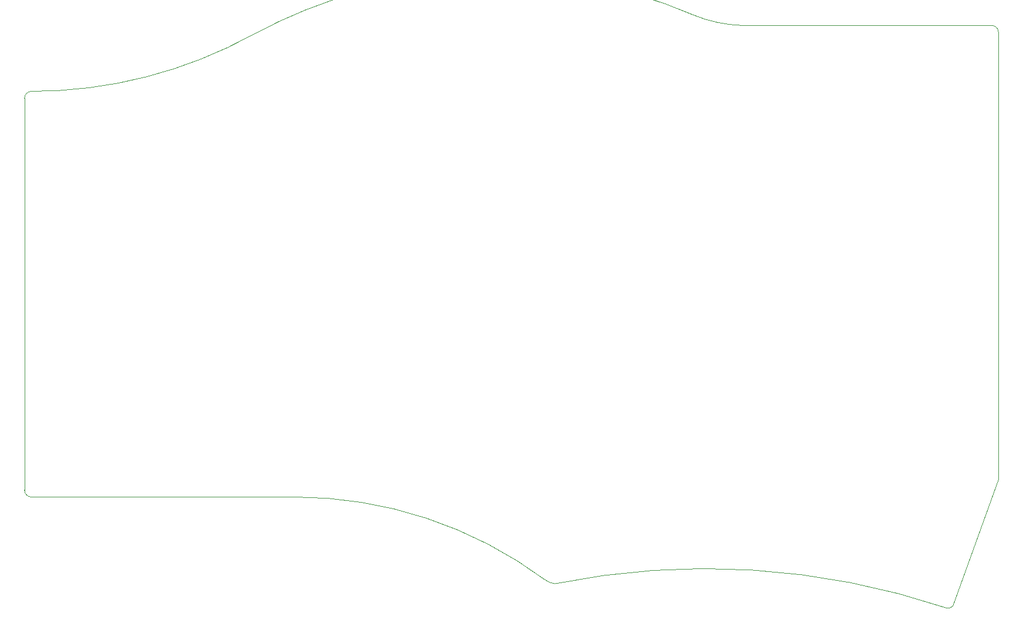
<source format=gm1>
%TF.GenerationSoftware,KiCad,Pcbnew,8.0.1*%
%TF.CreationDate,2024-04-05T15:46:44+03:00*%
%TF.ProjectId,dedekind,64656465-6b69-46e6-942e-6b696361645f,rev?*%
%TF.SameCoordinates,Original*%
%TF.FileFunction,Profile,NP*%
%FSLAX46Y46*%
G04 Gerber Fmt 4.6, Leading zero omitted, Abs format (unit mm)*
G04 Created by KiCad (PCBNEW 8.0.1) date 2024-04-05 15:46:44*
%MOMM*%
%LPD*%
G01*
G04 APERTURE LIST*
%TA.AperFunction,Profile*%
%ADD10C,0.050000*%
%TD*%
G04 APERTURE END LIST*
D10*
X110000000Y-57800000D02*
G75*
G02*
X78000000Y-65999997I-31918500J58021000D01*
G01*
X180500000Y-56500000D02*
G75*
G02*
X173500005Y-54999988I635900J20050700D01*
G01*
X78000000Y-124500000D02*
G75*
G02*
X77000000Y-123500000I0J1000000D01*
G01*
X210907792Y-140188528D02*
G75*
G02*
X210000000Y-140499999I-657792J438528D01*
G01*
X153500000Y-137000000D02*
G75*
G02*
X209999998Y-140500007I21718900J-107180400D01*
G01*
X153500000Y-136999999D02*
G75*
G02*
X152059167Y-136420288I333100J2908299D01*
G01*
X78000000Y-124500000D02*
X116000000Y-124500000D01*
X210907793Y-140188529D02*
X217500000Y-121950000D01*
X116000000Y-124500000D02*
G75*
G02*
X152059158Y-136420301I0J-60500000D01*
G01*
X216500000Y-56500000D02*
G75*
G02*
X217500000Y-57500000I0J-1000000D01*
G01*
X77000000Y-67000000D02*
G75*
G02*
X78000000Y-66000000I1000000J0D01*
G01*
X217500000Y-57500000D02*
X217500000Y-121950000D01*
X77000000Y-67000000D02*
X77000000Y-123500000D01*
X180500000Y-56500000D02*
X216500000Y-56500000D01*
X110000000Y-57800000D02*
G75*
G02*
X173499999Y-55000003I34640360J-64149320D01*
G01*
M02*

</source>
